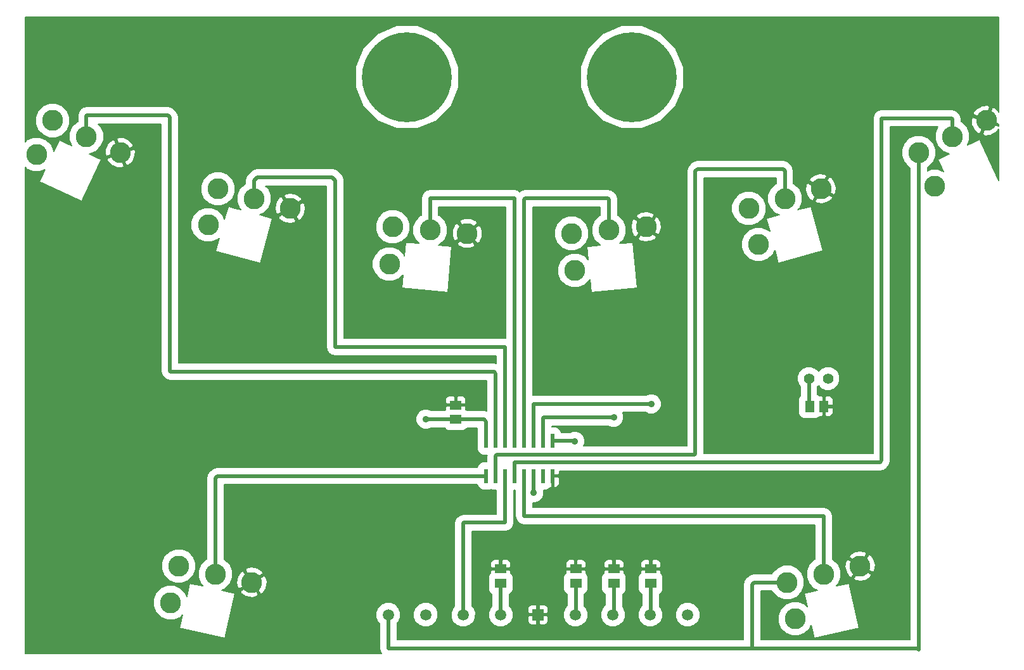
<source format=gtl>
G04 (created by PCBNEW (2013-07-07 BZR 4022)-stable) date 8/13/2015 10:27:12 AM*
%MOIN*%
G04 Gerber Fmt 3.4, Leading zero omitted, Abs format*
%FSLAX34Y34*%
G01*
G70*
G90*
G04 APERTURE LIST*
%ADD10C,0.00590551*%
%ADD11C,0.110236*%
%ADD12C,0.472441*%
%ADD13R,0.059X0.0512*%
%ADD14R,0.021X0.078*%
%ADD15C,0.055*%
%ADD16R,0.0590551X0.0590551*%
%ADD17C,0.0590551*%
%ADD18R,0.0512X0.059*%
%ADD19C,0.035*%
%ADD20C,0.021*%
%ADD21C,0.00787402*%
G04 APERTURE END LIST*
G54D10*
G54D11*
X94741Y-84834D03*
X96662Y-84405D03*
X92820Y-85264D03*
X93249Y-87185D03*
X62739Y-84834D03*
X64660Y-85264D03*
X60817Y-84405D03*
X60388Y-86326D03*
X101520Y-61799D03*
X103300Y-60958D03*
X99741Y-62640D03*
X100582Y-64420D03*
X92699Y-65063D03*
X94599Y-64547D03*
X90800Y-65579D03*
X91316Y-67478D03*
X83444Y-66720D03*
X85405Y-66548D03*
X81483Y-66892D03*
X81655Y-68853D03*
X64780Y-65063D03*
X66680Y-65579D03*
X62880Y-64547D03*
X62364Y-66446D03*
X55959Y-61799D03*
X57739Y-62640D03*
X54179Y-60958D03*
X53338Y-62737D03*
X74035Y-66720D03*
X75996Y-66892D03*
X72074Y-66548D03*
X71903Y-68509D03*
G54D12*
X72830Y-58667D03*
X84650Y-58667D03*
G54D13*
X81700Y-85304D03*
X81700Y-84554D03*
X83708Y-85304D03*
X83708Y-84554D03*
X85645Y-85304D03*
X85645Y-84554D03*
X75393Y-75928D03*
X75393Y-76678D03*
X77755Y-85304D03*
X77755Y-84554D03*
G54D14*
X76990Y-77820D03*
X77990Y-77820D03*
X78490Y-77820D03*
X78990Y-77820D03*
X79490Y-77820D03*
X79990Y-77820D03*
X80490Y-77820D03*
X80490Y-79660D03*
X79990Y-79660D03*
X79490Y-79660D03*
X78990Y-79660D03*
X78490Y-79660D03*
X77990Y-79660D03*
X77490Y-79660D03*
X76990Y-79660D03*
X77490Y-77820D03*
G54D15*
X94968Y-74533D03*
X93968Y-74533D03*
G54D16*
X79718Y-86964D03*
G54D17*
X77750Y-86964D03*
X75781Y-86964D03*
X73812Y-86964D03*
X71844Y-86964D03*
X81687Y-86964D03*
X83655Y-86964D03*
X85624Y-86964D03*
X87592Y-86964D03*
G54D18*
X94012Y-75992D03*
X94762Y-75992D03*
G54D19*
X85669Y-75866D03*
X83700Y-76574D03*
X81653Y-77834D03*
X79488Y-80555D03*
X96234Y-75992D03*
X73818Y-76673D03*
G54D20*
X79490Y-77820D02*
X79490Y-75868D01*
X79492Y-75866D02*
X85669Y-75866D01*
X79490Y-75868D02*
X79492Y-75866D01*
X85645Y-85304D02*
X85645Y-86917D01*
X85645Y-86917D02*
X85629Y-86933D01*
X79990Y-77820D02*
X79990Y-76624D01*
X80039Y-76574D02*
X83700Y-76574D01*
X79990Y-76624D02*
X80039Y-76574D01*
X83708Y-85304D02*
X83708Y-86886D01*
X83708Y-86886D02*
X83661Y-86933D01*
X80490Y-77820D02*
X81639Y-77820D01*
X81639Y-77820D02*
X81653Y-77834D01*
X81700Y-85304D02*
X81700Y-86925D01*
X81700Y-86925D02*
X81692Y-86933D01*
X77755Y-85304D02*
X77755Y-86933D01*
X79490Y-79660D02*
X79490Y-80553D01*
X79490Y-80553D02*
X79488Y-80555D01*
X94762Y-75992D02*
X96234Y-75992D01*
X92820Y-85264D02*
X91090Y-85264D01*
X90984Y-85370D02*
X90984Y-88740D01*
X91090Y-85264D02*
X90984Y-85370D01*
X99741Y-62640D02*
X99741Y-88796D01*
X71850Y-88740D02*
X71850Y-86933D01*
X99685Y-88740D02*
X90984Y-88740D01*
X90984Y-88740D02*
X71850Y-88740D01*
X99741Y-88796D02*
X99685Y-88740D01*
X77990Y-79660D02*
X77990Y-82124D01*
X75787Y-82157D02*
X75787Y-86933D01*
X75822Y-82122D02*
X75787Y-82157D01*
X77988Y-82122D02*
X75822Y-82122D01*
X77990Y-82124D02*
X77988Y-82122D01*
X77490Y-77820D02*
X77490Y-74261D01*
X55959Y-60694D02*
X55959Y-61799D01*
X55984Y-60669D02*
X55959Y-60694D01*
X60236Y-60669D02*
X55984Y-60669D01*
X60354Y-60787D02*
X60236Y-60669D01*
X60354Y-74133D02*
X60354Y-60787D01*
X60393Y-74173D02*
X60354Y-74133D01*
X77401Y-74173D02*
X60393Y-74173D01*
X77490Y-74261D02*
X77401Y-74173D01*
X77990Y-77820D02*
X77990Y-72875D01*
X64780Y-64117D02*
X64780Y-65063D01*
X64960Y-63937D02*
X64780Y-64117D01*
X68897Y-63937D02*
X64960Y-63937D01*
X69055Y-64094D02*
X68897Y-63937D01*
X69055Y-72874D02*
X69055Y-64094D01*
X77988Y-72874D02*
X69055Y-72874D01*
X77990Y-72875D02*
X77988Y-72874D01*
X78490Y-77820D02*
X78490Y-65064D01*
X74035Y-65058D02*
X74035Y-66720D01*
X74055Y-65039D02*
X74035Y-65058D01*
X78464Y-65039D02*
X74055Y-65039D01*
X78490Y-65064D02*
X78464Y-65039D01*
X78990Y-77820D02*
X78990Y-65104D01*
X78990Y-65104D02*
X79055Y-65039D01*
X79055Y-65039D02*
X83385Y-65039D01*
X83385Y-65039D02*
X83444Y-65098D01*
X83444Y-65098D02*
X83444Y-66720D01*
X77490Y-79660D02*
X77490Y-78612D01*
X92699Y-63605D02*
X92699Y-65063D01*
X92598Y-63503D02*
X92699Y-63605D01*
X88110Y-63503D02*
X92598Y-63503D01*
X87992Y-63622D02*
X88110Y-63503D01*
X87992Y-78498D02*
X87992Y-63622D01*
X87947Y-78543D02*
X87992Y-78498D01*
X77559Y-78543D02*
X87947Y-78543D01*
X77490Y-78612D02*
X77559Y-78543D01*
X78490Y-79660D02*
X78490Y-78950D01*
X101520Y-60891D02*
X101520Y-61799D01*
X101456Y-60826D02*
X101520Y-60891D01*
X97795Y-60826D02*
X101456Y-60826D01*
X97795Y-78858D02*
X97795Y-60826D01*
X97716Y-78937D02*
X97795Y-78858D01*
X78503Y-78937D02*
X97716Y-78937D01*
X78490Y-78950D02*
X78503Y-78937D01*
X76990Y-79660D02*
X62859Y-79660D01*
X62739Y-79780D02*
X62739Y-84834D01*
X62859Y-79660D02*
X62739Y-79780D01*
X78990Y-79660D02*
X78990Y-81785D01*
X94741Y-81788D02*
X94741Y-84834D01*
X94724Y-81771D02*
X94741Y-81788D01*
X79003Y-81771D02*
X94724Y-81771D01*
X78990Y-81785D02*
X79003Y-81771D01*
X93968Y-74533D02*
X93968Y-75947D01*
X93968Y-75947D02*
X94012Y-75992D01*
X73823Y-76678D02*
X75393Y-76678D01*
X73818Y-76673D02*
X73823Y-76678D01*
X76990Y-77820D02*
X76990Y-76793D01*
X76875Y-76678D02*
X75393Y-76678D01*
X76990Y-76793D02*
X76875Y-76678D01*
G54D10*
G36*
X101358Y-62704D02*
X100738Y-62996D01*
X101037Y-63628D01*
X100763Y-63515D01*
X100403Y-63514D01*
X100200Y-63598D01*
X100200Y-63430D01*
X100253Y-63408D01*
X100508Y-63154D01*
X100646Y-62821D01*
X100646Y-62461D01*
X100509Y-62128D01*
X100254Y-61873D01*
X99922Y-61735D01*
X99561Y-61735D01*
X99228Y-61872D01*
X98974Y-62127D01*
X98835Y-62459D01*
X98835Y-62820D01*
X98973Y-63153D01*
X99227Y-63407D01*
X99281Y-63430D01*
X99281Y-88280D01*
X97466Y-88280D01*
X97466Y-84357D01*
X97387Y-84053D01*
X97239Y-83842D01*
X97112Y-83809D01*
X97009Y-83971D01*
X97009Y-83744D01*
X96925Y-83643D01*
X96614Y-83600D01*
X96310Y-83680D01*
X96099Y-83828D01*
X96066Y-83955D01*
X96643Y-84321D01*
X97009Y-83744D01*
X97009Y-83971D01*
X96746Y-84386D01*
X97322Y-84752D01*
X97424Y-84668D01*
X97466Y-84357D01*
X97466Y-88280D01*
X97257Y-88280D01*
X97257Y-84855D01*
X96681Y-84489D01*
X96578Y-84650D01*
X96578Y-84424D01*
X96001Y-84058D01*
X95900Y-84141D01*
X95857Y-84453D01*
X95937Y-84757D01*
X96085Y-84968D01*
X96212Y-85000D01*
X96578Y-84424D01*
X96578Y-84650D01*
X96315Y-85065D01*
X96398Y-85167D01*
X96710Y-85210D01*
X97014Y-85130D01*
X97225Y-84982D01*
X97257Y-84855D01*
X97257Y-88280D01*
X91443Y-88280D01*
X91443Y-85723D01*
X92030Y-85723D01*
X92052Y-85776D01*
X92306Y-86031D01*
X92639Y-86169D01*
X92999Y-86169D01*
X93332Y-86032D01*
X93587Y-85777D01*
X93725Y-85445D01*
X93725Y-85084D01*
X93588Y-84751D01*
X93333Y-84497D01*
X93001Y-84358D01*
X92640Y-84358D01*
X92307Y-84496D01*
X92052Y-84750D01*
X92030Y-84804D01*
X91090Y-84804D01*
X90915Y-84839D01*
X90766Y-84939D01*
X90659Y-85046D01*
X90559Y-85195D01*
X90524Y-85370D01*
X90524Y-88280D01*
X88242Y-88280D01*
X88242Y-86835D01*
X88143Y-86597D01*
X87960Y-86414D01*
X87722Y-86315D01*
X87463Y-86314D01*
X87225Y-86413D01*
X87042Y-86596D01*
X86943Y-86834D01*
X86942Y-87093D01*
X87041Y-87332D01*
X87224Y-87514D01*
X87462Y-87614D01*
X87721Y-87614D01*
X87960Y-87515D01*
X88142Y-87333D01*
X88242Y-87094D01*
X88242Y-86835D01*
X88242Y-88280D01*
X86295Y-88280D01*
X86295Y-85489D01*
X86295Y-84977D01*
X86241Y-84847D01*
X86180Y-84786D01*
X86180Y-84250D01*
X86143Y-84162D01*
X86076Y-84095D01*
X85988Y-84058D01*
X85893Y-84058D01*
X85766Y-84058D01*
X85706Y-84118D01*
X85706Y-84493D01*
X86120Y-84493D01*
X86180Y-84433D01*
X86180Y-84250D01*
X86180Y-84786D01*
X86180Y-84786D01*
X86180Y-84674D01*
X86120Y-84614D01*
X85706Y-84614D01*
X85706Y-84622D01*
X85585Y-84622D01*
X85585Y-84614D01*
X85585Y-84493D01*
X85585Y-84118D01*
X85525Y-84058D01*
X85398Y-84058D01*
X85302Y-84058D01*
X85214Y-84095D01*
X85147Y-84162D01*
X85111Y-84250D01*
X85111Y-84433D01*
X85171Y-84493D01*
X85585Y-84493D01*
X85585Y-84614D01*
X85171Y-84614D01*
X85111Y-84674D01*
X85111Y-84786D01*
X85050Y-84847D01*
X84996Y-84977D01*
X84996Y-85118D01*
X84996Y-85630D01*
X85050Y-85760D01*
X85149Y-85860D01*
X85186Y-85875D01*
X85186Y-86483D01*
X85073Y-86596D01*
X84974Y-86834D01*
X84974Y-87093D01*
X85072Y-87332D01*
X85255Y-87514D01*
X85494Y-87614D01*
X85752Y-87614D01*
X85991Y-87515D01*
X86174Y-87333D01*
X86273Y-87094D01*
X86273Y-86835D01*
X86175Y-86597D01*
X86105Y-86526D01*
X86105Y-85875D01*
X86141Y-85860D01*
X86240Y-85761D01*
X86294Y-85630D01*
X86295Y-85489D01*
X86295Y-88280D01*
X84358Y-88280D01*
X84358Y-85489D01*
X84358Y-84977D01*
X84304Y-84847D01*
X84243Y-84786D01*
X84243Y-84250D01*
X84206Y-84162D01*
X84139Y-84095D01*
X84051Y-84058D01*
X83956Y-84058D01*
X83829Y-84058D01*
X83769Y-84118D01*
X83769Y-84493D01*
X84183Y-84493D01*
X84243Y-84433D01*
X84243Y-84250D01*
X84243Y-84786D01*
X84243Y-84786D01*
X84243Y-84674D01*
X84183Y-84614D01*
X83769Y-84614D01*
X83769Y-84622D01*
X83648Y-84622D01*
X83648Y-84614D01*
X83648Y-84493D01*
X83648Y-84118D01*
X83588Y-84058D01*
X83461Y-84058D01*
X83365Y-84058D01*
X83277Y-84095D01*
X83210Y-84162D01*
X83174Y-84250D01*
X83174Y-84433D01*
X83234Y-84493D01*
X83648Y-84493D01*
X83648Y-84614D01*
X83234Y-84614D01*
X83174Y-84674D01*
X83174Y-84786D01*
X83113Y-84847D01*
X83059Y-84977D01*
X83059Y-85118D01*
X83059Y-85630D01*
X83113Y-85760D01*
X83212Y-85860D01*
X83249Y-85875D01*
X83249Y-86452D01*
X83105Y-86596D01*
X83006Y-86834D01*
X83005Y-87093D01*
X83104Y-87332D01*
X83287Y-87514D01*
X83525Y-87614D01*
X83784Y-87614D01*
X84023Y-87515D01*
X84205Y-87333D01*
X84305Y-87094D01*
X84305Y-86835D01*
X84206Y-86597D01*
X84167Y-86558D01*
X84167Y-85875D01*
X84204Y-85860D01*
X84303Y-85761D01*
X84357Y-85630D01*
X84358Y-85489D01*
X84358Y-88280D01*
X82350Y-88280D01*
X82350Y-85489D01*
X82350Y-84977D01*
X82296Y-84847D01*
X82235Y-84786D01*
X82235Y-84250D01*
X82198Y-84162D01*
X82131Y-84095D01*
X82043Y-84058D01*
X81948Y-84058D01*
X81821Y-84058D01*
X81761Y-84118D01*
X81761Y-84493D01*
X82175Y-84493D01*
X82235Y-84433D01*
X82235Y-84250D01*
X82235Y-84786D01*
X82235Y-84786D01*
X82235Y-84674D01*
X82175Y-84614D01*
X81761Y-84614D01*
X81761Y-84622D01*
X81640Y-84622D01*
X81640Y-84614D01*
X81640Y-84493D01*
X81640Y-84118D01*
X81580Y-84058D01*
X81453Y-84058D01*
X81357Y-84058D01*
X81270Y-84095D01*
X81202Y-84162D01*
X81166Y-84250D01*
X81166Y-84433D01*
X81226Y-84493D01*
X81640Y-84493D01*
X81640Y-84614D01*
X81226Y-84614D01*
X81166Y-84674D01*
X81166Y-84786D01*
X81105Y-84847D01*
X81051Y-84977D01*
X81051Y-85118D01*
X81051Y-85630D01*
X81105Y-85760D01*
X81204Y-85860D01*
X81241Y-85875D01*
X81241Y-86491D01*
X81136Y-86596D01*
X81037Y-86834D01*
X81037Y-87093D01*
X81135Y-87332D01*
X81318Y-87514D01*
X81557Y-87614D01*
X81815Y-87614D01*
X82054Y-87515D01*
X82237Y-87333D01*
X82336Y-87094D01*
X82336Y-86835D01*
X82238Y-86597D01*
X82160Y-86519D01*
X82160Y-85875D01*
X82196Y-85860D01*
X82295Y-85761D01*
X82350Y-85630D01*
X82350Y-85489D01*
X82350Y-88280D01*
X80253Y-88280D01*
X80253Y-87212D01*
X80253Y-86716D01*
X80253Y-86621D01*
X80216Y-86533D01*
X80149Y-86466D01*
X80061Y-86429D01*
X79838Y-86429D01*
X79779Y-86489D01*
X79779Y-86903D01*
X80193Y-86903D01*
X80253Y-86844D01*
X80253Y-86716D01*
X80253Y-87212D01*
X80253Y-87085D01*
X80193Y-87025D01*
X79779Y-87025D01*
X79779Y-87439D01*
X79838Y-87499D01*
X80061Y-87499D01*
X80149Y-87462D01*
X80216Y-87395D01*
X80253Y-87307D01*
X80253Y-87212D01*
X80253Y-88280D01*
X79657Y-88280D01*
X79657Y-87439D01*
X79657Y-87025D01*
X79657Y-86903D01*
X79657Y-86489D01*
X79598Y-86429D01*
X79375Y-86429D01*
X79287Y-86466D01*
X79220Y-86533D01*
X79183Y-86621D01*
X79183Y-86716D01*
X79183Y-86844D01*
X79243Y-86903D01*
X79657Y-86903D01*
X79657Y-87025D01*
X79243Y-87025D01*
X79183Y-87085D01*
X79183Y-87212D01*
X79183Y-87307D01*
X79220Y-87395D01*
X79287Y-87462D01*
X79375Y-87499D01*
X79598Y-87499D01*
X79657Y-87439D01*
X79657Y-88280D01*
X78405Y-88280D01*
X78405Y-85489D01*
X78405Y-84977D01*
X78351Y-84847D01*
X78290Y-84786D01*
X78290Y-84250D01*
X78253Y-84162D01*
X78186Y-84095D01*
X78098Y-84058D01*
X78003Y-84058D01*
X77876Y-84058D01*
X77816Y-84118D01*
X77816Y-84493D01*
X78230Y-84493D01*
X78290Y-84433D01*
X78290Y-84250D01*
X78290Y-84786D01*
X78290Y-84786D01*
X78290Y-84674D01*
X78230Y-84614D01*
X77816Y-84614D01*
X77816Y-84622D01*
X77695Y-84622D01*
X77695Y-84614D01*
X77695Y-84493D01*
X77695Y-84118D01*
X77635Y-84058D01*
X77508Y-84058D01*
X77413Y-84058D01*
X77325Y-84095D01*
X77257Y-84162D01*
X77221Y-84250D01*
X77221Y-84433D01*
X77281Y-84493D01*
X77695Y-84493D01*
X77695Y-84614D01*
X77281Y-84614D01*
X77221Y-84674D01*
X77221Y-84786D01*
X77160Y-84847D01*
X77106Y-84977D01*
X77106Y-85118D01*
X77106Y-85630D01*
X77160Y-85760D01*
X77259Y-85860D01*
X77296Y-85875D01*
X77296Y-86499D01*
X77199Y-86596D01*
X77100Y-86834D01*
X77100Y-87093D01*
X77198Y-87332D01*
X77381Y-87514D01*
X77620Y-87614D01*
X77878Y-87614D01*
X78117Y-87515D01*
X78300Y-87333D01*
X78399Y-87094D01*
X78399Y-86835D01*
X78301Y-86597D01*
X78215Y-86511D01*
X78215Y-85875D01*
X78251Y-85860D01*
X78351Y-85761D01*
X78405Y-85630D01*
X78405Y-85489D01*
X78405Y-88280D01*
X74462Y-88280D01*
X74462Y-86835D01*
X74364Y-86597D01*
X74181Y-86414D01*
X73942Y-86315D01*
X73684Y-86314D01*
X73445Y-86413D01*
X73262Y-86596D01*
X73163Y-86834D01*
X73163Y-87093D01*
X73261Y-87332D01*
X73444Y-87514D01*
X73683Y-87614D01*
X73941Y-87614D01*
X74180Y-87515D01*
X74363Y-87333D01*
X74462Y-87094D01*
X74462Y-86835D01*
X74462Y-88280D01*
X72309Y-88280D01*
X72309Y-87418D01*
X72394Y-87333D01*
X72493Y-87094D01*
X72494Y-86835D01*
X72395Y-86597D01*
X72212Y-86414D01*
X71974Y-86315D01*
X71715Y-86314D01*
X71476Y-86413D01*
X71294Y-86596D01*
X71194Y-86834D01*
X71194Y-87093D01*
X71293Y-87332D01*
X71391Y-87429D01*
X71391Y-88740D01*
X71426Y-88915D01*
X71479Y-88996D01*
X65466Y-88996D01*
X65466Y-85254D01*
X65421Y-85000D01*
X65320Y-84916D01*
X65255Y-84958D01*
X65255Y-84814D01*
X65222Y-84687D01*
X64959Y-84515D01*
X64650Y-84458D01*
X64396Y-84502D01*
X64312Y-84603D01*
X64678Y-85180D01*
X65255Y-84814D01*
X65255Y-84958D01*
X64743Y-85282D01*
X65109Y-85859D01*
X65237Y-85827D01*
X65408Y-85563D01*
X65466Y-85254D01*
X65466Y-88996D01*
X65007Y-88996D01*
X65007Y-85924D01*
X64641Y-85347D01*
X64576Y-85389D01*
X64576Y-85245D01*
X64210Y-84668D01*
X64083Y-84701D01*
X63911Y-84965D01*
X63854Y-85274D01*
X63898Y-85527D01*
X63999Y-85611D01*
X64576Y-85245D01*
X64576Y-85389D01*
X64064Y-85713D01*
X64097Y-85841D01*
X64361Y-86012D01*
X64670Y-86070D01*
X64923Y-86025D01*
X65007Y-85924D01*
X65007Y-88996D01*
X58540Y-88996D01*
X58540Y-62551D01*
X58459Y-62447D01*
X58418Y-62461D01*
X58418Y-62332D01*
X58414Y-62201D01*
X58195Y-61976D01*
X57906Y-61852D01*
X57649Y-61839D01*
X57545Y-61920D01*
X57775Y-62563D01*
X58418Y-62332D01*
X58418Y-62461D01*
X57816Y-62677D01*
X58046Y-63320D01*
X58178Y-63316D01*
X58403Y-63097D01*
X58527Y-62808D01*
X58540Y-62551D01*
X58540Y-88996D01*
X57932Y-88996D01*
X57932Y-63361D01*
X57702Y-62718D01*
X57661Y-62732D01*
X57661Y-62604D01*
X57431Y-61960D01*
X57299Y-61964D01*
X57074Y-62184D01*
X56950Y-62473D01*
X56938Y-62730D01*
X57018Y-62834D01*
X57661Y-62604D01*
X57661Y-62732D01*
X57059Y-62948D01*
X57063Y-63079D01*
X57282Y-63305D01*
X57571Y-63429D01*
X57828Y-63441D01*
X57932Y-63361D01*
X57932Y-88996D01*
X52736Y-88996D01*
X52736Y-63416D01*
X52824Y-63505D01*
X53157Y-63643D01*
X53517Y-63643D01*
X53792Y-63529D01*
X53492Y-64160D01*
X55699Y-65204D01*
X56741Y-62996D01*
X56119Y-62705D01*
X56138Y-62705D01*
X56471Y-62567D01*
X56726Y-62313D01*
X56864Y-61980D01*
X56865Y-61620D01*
X56727Y-61287D01*
X56569Y-61128D01*
X59895Y-61128D01*
X59895Y-74133D01*
X59929Y-74309D01*
X60029Y-74458D01*
X60068Y-74498D01*
X60068Y-74498D01*
X60217Y-74597D01*
X60393Y-74632D01*
X77030Y-74632D01*
X77030Y-76249D01*
X76875Y-76218D01*
X75986Y-76218D01*
X75928Y-76160D01*
X75928Y-75624D01*
X75891Y-75536D01*
X75824Y-75469D01*
X75736Y-75432D01*
X75641Y-75432D01*
X75514Y-75432D01*
X75454Y-75492D01*
X75454Y-75867D01*
X75868Y-75867D01*
X75928Y-75807D01*
X75928Y-75624D01*
X75928Y-76160D01*
X75928Y-76160D01*
X75928Y-76048D01*
X75868Y-75988D01*
X75454Y-75988D01*
X75454Y-75996D01*
X75333Y-75996D01*
X75333Y-75988D01*
X75333Y-75867D01*
X75333Y-75492D01*
X75273Y-75432D01*
X75146Y-75432D01*
X75050Y-75432D01*
X74962Y-75469D01*
X74895Y-75536D01*
X74859Y-75624D01*
X74859Y-75807D01*
X74919Y-75867D01*
X75333Y-75867D01*
X75333Y-75988D01*
X74919Y-75988D01*
X74859Y-76048D01*
X74859Y-76160D01*
X74800Y-76218D01*
X74104Y-76218D01*
X73924Y-76143D01*
X73714Y-76143D01*
X73519Y-76224D01*
X73370Y-76372D01*
X73289Y-76567D01*
X73289Y-76778D01*
X73369Y-76972D01*
X73518Y-77121D01*
X73713Y-77202D01*
X73923Y-77202D01*
X74081Y-77137D01*
X74801Y-77137D01*
X74897Y-77234D01*
X75027Y-77288D01*
X75168Y-77288D01*
X75758Y-77288D01*
X75889Y-77234D01*
X75986Y-77137D01*
X76530Y-77137D01*
X76530Y-77429D01*
X76530Y-77500D01*
X76530Y-78280D01*
X76584Y-78410D01*
X76684Y-78510D01*
X76814Y-78564D01*
X76955Y-78564D01*
X77040Y-78564D01*
X77030Y-78612D01*
X77030Y-78915D01*
X77024Y-78915D01*
X76814Y-78915D01*
X76684Y-78969D01*
X76584Y-79069D01*
X76530Y-79199D01*
X76530Y-79200D01*
X62859Y-79200D01*
X62683Y-79235D01*
X62534Y-79335D01*
X62414Y-79455D01*
X62314Y-79604D01*
X62279Y-79780D01*
X62279Y-84044D01*
X62226Y-84066D01*
X61971Y-84321D01*
X61833Y-84653D01*
X61833Y-85014D01*
X61970Y-85347D01*
X62078Y-85454D01*
X61723Y-85374D01*
X61723Y-84226D01*
X61586Y-83893D01*
X61331Y-83638D01*
X60998Y-83500D01*
X60638Y-83499D01*
X60305Y-83637D01*
X60050Y-83891D01*
X59912Y-84224D01*
X59912Y-84584D01*
X60049Y-84917D01*
X60304Y-85172D01*
X60637Y-85310D01*
X60997Y-85311D01*
X61330Y-85173D01*
X61585Y-84918D01*
X61723Y-84586D01*
X61723Y-84226D01*
X61723Y-85374D01*
X61389Y-85299D01*
X61232Y-85998D01*
X61156Y-85814D01*
X60902Y-85559D01*
X60569Y-85421D01*
X60209Y-85420D01*
X59876Y-85558D01*
X59621Y-85812D01*
X59483Y-86145D01*
X59482Y-86505D01*
X59620Y-86838D01*
X59874Y-87093D01*
X60207Y-87231D01*
X60567Y-87232D01*
X60900Y-87094D01*
X61011Y-86984D01*
X60854Y-87681D01*
X63234Y-88210D01*
X63765Y-85834D01*
X63070Y-85677D01*
X63251Y-85602D01*
X63506Y-85348D01*
X63644Y-85015D01*
X63644Y-84655D01*
X63507Y-84322D01*
X63252Y-84067D01*
X63198Y-84045D01*
X63198Y-80119D01*
X76530Y-80119D01*
X76530Y-80120D01*
X76584Y-80250D01*
X76684Y-80350D01*
X76814Y-80404D01*
X76955Y-80404D01*
X77165Y-80404D01*
X77240Y-80373D01*
X77314Y-80404D01*
X77455Y-80404D01*
X77530Y-80404D01*
X77530Y-81662D01*
X75822Y-81662D01*
X75647Y-81697D01*
X75498Y-81797D01*
X75462Y-81832D01*
X75363Y-81981D01*
X75328Y-82157D01*
X75328Y-86499D01*
X75231Y-86596D01*
X75132Y-86834D01*
X75131Y-87093D01*
X75230Y-87332D01*
X75413Y-87514D01*
X75651Y-87614D01*
X75910Y-87614D01*
X76148Y-87515D01*
X76331Y-87333D01*
X76430Y-87094D01*
X76431Y-86835D01*
X76332Y-86597D01*
X76246Y-86511D01*
X76246Y-82581D01*
X77980Y-82581D01*
X77980Y-82581D01*
X77990Y-82583D01*
X77990Y-82583D01*
X78165Y-82548D01*
X78165Y-82548D01*
X78314Y-82448D01*
X78414Y-82299D01*
X78414Y-82299D01*
X78449Y-82124D01*
X78449Y-82124D01*
X78449Y-80404D01*
X78455Y-80404D01*
X78530Y-80404D01*
X78530Y-81785D01*
X78565Y-81961D01*
X78665Y-82110D01*
X78814Y-82209D01*
X78814Y-82209D01*
X78990Y-82244D01*
X78990Y-82244D01*
X79059Y-82230D01*
X79059Y-82230D01*
X94281Y-82230D01*
X94281Y-84044D01*
X94228Y-84066D01*
X93974Y-84321D01*
X93835Y-84653D01*
X93835Y-85014D01*
X93973Y-85347D01*
X94227Y-85602D01*
X94408Y-85677D01*
X93718Y-85832D01*
X93873Y-86528D01*
X93763Y-86418D01*
X93430Y-86279D01*
X93070Y-86279D01*
X92737Y-86417D01*
X92482Y-86671D01*
X92344Y-87004D01*
X92343Y-87364D01*
X92481Y-87697D01*
X92735Y-87952D01*
X93068Y-88090D01*
X93428Y-88090D01*
X93761Y-87953D01*
X94016Y-87698D01*
X94093Y-87515D01*
X94247Y-88210D01*
X96629Y-87677D01*
X96094Y-85297D01*
X95403Y-85453D01*
X95508Y-85348D01*
X95646Y-85015D01*
X95646Y-84655D01*
X95509Y-84322D01*
X95254Y-84067D01*
X95200Y-84045D01*
X95200Y-81788D01*
X95200Y-81788D01*
X95165Y-81612D01*
X95066Y-81463D01*
X95066Y-81463D01*
X95049Y-81446D01*
X94900Y-81347D01*
X94724Y-81312D01*
X80834Y-81312D01*
X80834Y-80002D01*
X80834Y-79780D01*
X80774Y-79720D01*
X80542Y-79720D01*
X80542Y-80229D01*
X80602Y-80289D01*
X80642Y-80289D01*
X80730Y-80253D01*
X80797Y-80185D01*
X80834Y-80097D01*
X80834Y-80002D01*
X80834Y-81312D01*
X79449Y-81312D01*
X79449Y-81084D01*
X79593Y-81084D01*
X79787Y-81004D01*
X79936Y-80855D01*
X80017Y-80660D01*
X80017Y-80450D01*
X79998Y-80404D01*
X80165Y-80404D01*
X80295Y-80350D01*
X80356Y-80289D01*
X80377Y-80289D01*
X80437Y-80229D01*
X80437Y-80149D01*
X80449Y-80120D01*
X80449Y-79979D01*
X80449Y-79591D01*
X80542Y-79591D01*
X80542Y-79599D01*
X80774Y-79599D01*
X80834Y-79539D01*
X80834Y-79396D01*
X97716Y-79396D01*
X97716Y-79396D01*
X97892Y-79361D01*
X97892Y-79361D01*
X98041Y-79261D01*
X98120Y-79183D01*
X98120Y-79183D01*
X98219Y-79034D01*
X98254Y-78858D01*
X98254Y-78858D01*
X98254Y-61286D01*
X100753Y-61286D01*
X100615Y-61618D01*
X100615Y-61978D01*
X100752Y-62311D01*
X101007Y-62566D01*
X101340Y-62704D01*
X101358Y-62704D01*
X101358Y-62704D01*
G37*
G54D21*
X101358Y-62704D02*
X100738Y-62996D01*
X101037Y-63628D01*
X100763Y-63515D01*
X100403Y-63514D01*
X100200Y-63598D01*
X100200Y-63430D01*
X100253Y-63408D01*
X100508Y-63154D01*
X100646Y-62821D01*
X100646Y-62461D01*
X100509Y-62128D01*
X100254Y-61873D01*
X99922Y-61735D01*
X99561Y-61735D01*
X99228Y-61872D01*
X98974Y-62127D01*
X98835Y-62459D01*
X98835Y-62820D01*
X98973Y-63153D01*
X99227Y-63407D01*
X99281Y-63430D01*
X99281Y-88280D01*
X97466Y-88280D01*
X97466Y-84357D01*
X97387Y-84053D01*
X97239Y-83842D01*
X97112Y-83809D01*
X97009Y-83971D01*
X97009Y-83744D01*
X96925Y-83643D01*
X96614Y-83600D01*
X96310Y-83680D01*
X96099Y-83828D01*
X96066Y-83955D01*
X96643Y-84321D01*
X97009Y-83744D01*
X97009Y-83971D01*
X96746Y-84386D01*
X97322Y-84752D01*
X97424Y-84668D01*
X97466Y-84357D01*
X97466Y-88280D01*
X97257Y-88280D01*
X97257Y-84855D01*
X96681Y-84489D01*
X96578Y-84650D01*
X96578Y-84424D01*
X96001Y-84058D01*
X95900Y-84141D01*
X95857Y-84453D01*
X95937Y-84757D01*
X96085Y-84968D01*
X96212Y-85000D01*
X96578Y-84424D01*
X96578Y-84650D01*
X96315Y-85065D01*
X96398Y-85167D01*
X96710Y-85210D01*
X97014Y-85130D01*
X97225Y-84982D01*
X97257Y-84855D01*
X97257Y-88280D01*
X91443Y-88280D01*
X91443Y-85723D01*
X92030Y-85723D01*
X92052Y-85776D01*
X92306Y-86031D01*
X92639Y-86169D01*
X92999Y-86169D01*
X93332Y-86032D01*
X93587Y-85777D01*
X93725Y-85445D01*
X93725Y-85084D01*
X93588Y-84751D01*
X93333Y-84497D01*
X93001Y-84358D01*
X92640Y-84358D01*
X92307Y-84496D01*
X92052Y-84750D01*
X92030Y-84804D01*
X91090Y-84804D01*
X90915Y-84839D01*
X90766Y-84939D01*
X90659Y-85046D01*
X90559Y-85195D01*
X90524Y-85370D01*
X90524Y-88280D01*
X88242Y-88280D01*
X88242Y-86835D01*
X88143Y-86597D01*
X87960Y-86414D01*
X87722Y-86315D01*
X87463Y-86314D01*
X87225Y-86413D01*
X87042Y-86596D01*
X86943Y-86834D01*
X86942Y-87093D01*
X87041Y-87332D01*
X87224Y-87514D01*
X87462Y-87614D01*
X87721Y-87614D01*
X87960Y-87515D01*
X88142Y-87333D01*
X88242Y-87094D01*
X88242Y-86835D01*
X88242Y-88280D01*
X86295Y-88280D01*
X86295Y-85489D01*
X86295Y-84977D01*
X86241Y-84847D01*
X86180Y-84786D01*
X86180Y-84250D01*
X86143Y-84162D01*
X86076Y-84095D01*
X85988Y-84058D01*
X85893Y-84058D01*
X85766Y-84058D01*
X85706Y-84118D01*
X85706Y-84493D01*
X86120Y-84493D01*
X86180Y-84433D01*
X86180Y-84250D01*
X86180Y-84786D01*
X86180Y-84786D01*
X86180Y-84674D01*
X86120Y-84614D01*
X85706Y-84614D01*
X85706Y-84622D01*
X85585Y-84622D01*
X85585Y-84614D01*
X85585Y-84493D01*
X85585Y-84118D01*
X85525Y-84058D01*
X85398Y-84058D01*
X85302Y-84058D01*
X85214Y-84095D01*
X85147Y-84162D01*
X85111Y-84250D01*
X85111Y-84433D01*
X85171Y-84493D01*
X85585Y-84493D01*
X85585Y-84614D01*
X85171Y-84614D01*
X85111Y-84674D01*
X85111Y-84786D01*
X85050Y-84847D01*
X84996Y-84977D01*
X84996Y-85118D01*
X84996Y-85630D01*
X85050Y-85760D01*
X85149Y-85860D01*
X85186Y-85875D01*
X85186Y-86483D01*
X85073Y-86596D01*
X84974Y-86834D01*
X84974Y-87093D01*
X85072Y-87332D01*
X85255Y-87514D01*
X85494Y-87614D01*
X85752Y-87614D01*
X85991Y-87515D01*
X86174Y-87333D01*
X86273Y-87094D01*
X86273Y-86835D01*
X86175Y-86597D01*
X86105Y-86526D01*
X86105Y-85875D01*
X86141Y-85860D01*
X86240Y-85761D01*
X86294Y-85630D01*
X86295Y-85489D01*
X86295Y-88280D01*
X84358Y-88280D01*
X84358Y-85489D01*
X84358Y-84977D01*
X84304Y-84847D01*
X84243Y-84786D01*
X84243Y-84250D01*
X84206Y-84162D01*
X84139Y-84095D01*
X84051Y-84058D01*
X83956Y-84058D01*
X83829Y-84058D01*
X83769Y-84118D01*
X83769Y-84493D01*
X84183Y-84493D01*
X84243Y-84433D01*
X84243Y-84250D01*
X84243Y-84786D01*
X84243Y-84786D01*
X84243Y-84674D01*
X84183Y-84614D01*
X83769Y-84614D01*
X83769Y-84622D01*
X83648Y-84622D01*
X83648Y-84614D01*
X83648Y-84493D01*
X83648Y-84118D01*
X83588Y-84058D01*
X83461Y-84058D01*
X83365Y-84058D01*
X83277Y-84095D01*
X83210Y-84162D01*
X83174Y-84250D01*
X83174Y-84433D01*
X83234Y-84493D01*
X83648Y-84493D01*
X83648Y-84614D01*
X83234Y-84614D01*
X83174Y-84674D01*
X83174Y-84786D01*
X83113Y-84847D01*
X83059Y-84977D01*
X83059Y-85118D01*
X83059Y-85630D01*
X83113Y-85760D01*
X83212Y-85860D01*
X83249Y-85875D01*
X83249Y-86452D01*
X83105Y-86596D01*
X83006Y-86834D01*
X83005Y-87093D01*
X83104Y-87332D01*
X83287Y-87514D01*
X83525Y-87614D01*
X83784Y-87614D01*
X84023Y-87515D01*
X84205Y-87333D01*
X84305Y-87094D01*
X84305Y-86835D01*
X84206Y-86597D01*
X84167Y-86558D01*
X84167Y-85875D01*
X84204Y-85860D01*
X84303Y-85761D01*
X84357Y-85630D01*
X84358Y-85489D01*
X84358Y-88280D01*
X82350Y-88280D01*
X82350Y-85489D01*
X82350Y-84977D01*
X82296Y-84847D01*
X82235Y-84786D01*
X82235Y-84250D01*
X82198Y-84162D01*
X82131Y-84095D01*
X82043Y-84058D01*
X81948Y-84058D01*
X81821Y-84058D01*
X81761Y-84118D01*
X81761Y-84493D01*
X82175Y-84493D01*
X82235Y-84433D01*
X82235Y-84250D01*
X82235Y-84786D01*
X82235Y-84786D01*
X82235Y-84674D01*
X82175Y-84614D01*
X81761Y-84614D01*
X81761Y-84622D01*
X81640Y-84622D01*
X81640Y-84614D01*
X81640Y-84493D01*
X81640Y-84118D01*
X81580Y-84058D01*
X81453Y-84058D01*
X81357Y-84058D01*
X81270Y-84095D01*
X81202Y-84162D01*
X81166Y-84250D01*
X81166Y-84433D01*
X81226Y-84493D01*
X81640Y-84493D01*
X81640Y-84614D01*
X81226Y-84614D01*
X81166Y-84674D01*
X81166Y-84786D01*
X81105Y-84847D01*
X81051Y-84977D01*
X81051Y-85118D01*
X81051Y-85630D01*
X81105Y-85760D01*
X81204Y-85860D01*
X81241Y-85875D01*
X81241Y-86491D01*
X81136Y-86596D01*
X81037Y-86834D01*
X81037Y-87093D01*
X81135Y-87332D01*
X81318Y-87514D01*
X81557Y-87614D01*
X81815Y-87614D01*
X82054Y-87515D01*
X82237Y-87333D01*
X82336Y-87094D01*
X82336Y-86835D01*
X82238Y-86597D01*
X82160Y-86519D01*
X82160Y-85875D01*
X82196Y-85860D01*
X82295Y-85761D01*
X82350Y-85630D01*
X82350Y-85489D01*
X82350Y-88280D01*
X80253Y-88280D01*
X80253Y-87212D01*
X80253Y-86716D01*
X80253Y-86621D01*
X80216Y-86533D01*
X80149Y-86466D01*
X80061Y-86429D01*
X79838Y-86429D01*
X79779Y-86489D01*
X79779Y-86903D01*
X80193Y-86903D01*
X80253Y-86844D01*
X80253Y-86716D01*
X80253Y-87212D01*
X80253Y-87085D01*
X80193Y-87025D01*
X79779Y-87025D01*
X79779Y-87439D01*
X79838Y-87499D01*
X80061Y-87499D01*
X80149Y-87462D01*
X80216Y-87395D01*
X80253Y-87307D01*
X80253Y-87212D01*
X80253Y-88280D01*
X79657Y-88280D01*
X79657Y-87439D01*
X79657Y-87025D01*
X79657Y-86903D01*
X79657Y-86489D01*
X79598Y-86429D01*
X79375Y-86429D01*
X79287Y-86466D01*
X79220Y-86533D01*
X79183Y-86621D01*
X79183Y-86716D01*
X79183Y-86844D01*
X79243Y-86903D01*
X79657Y-86903D01*
X79657Y-87025D01*
X79243Y-87025D01*
X79183Y-87085D01*
X79183Y-87212D01*
X79183Y-87307D01*
X79220Y-87395D01*
X79287Y-87462D01*
X79375Y-87499D01*
X79598Y-87499D01*
X79657Y-87439D01*
X79657Y-88280D01*
X78405Y-88280D01*
X78405Y-85489D01*
X78405Y-84977D01*
X78351Y-84847D01*
X78290Y-84786D01*
X78290Y-84250D01*
X78253Y-84162D01*
X78186Y-84095D01*
X78098Y-84058D01*
X78003Y-84058D01*
X77876Y-84058D01*
X77816Y-84118D01*
X77816Y-84493D01*
X78230Y-84493D01*
X78290Y-84433D01*
X78290Y-84250D01*
X78290Y-84786D01*
X78290Y-84786D01*
X78290Y-84674D01*
X78230Y-84614D01*
X77816Y-84614D01*
X77816Y-84622D01*
X77695Y-84622D01*
X77695Y-84614D01*
X77695Y-84493D01*
X77695Y-84118D01*
X77635Y-84058D01*
X77508Y-84058D01*
X77413Y-84058D01*
X77325Y-84095D01*
X77257Y-84162D01*
X77221Y-84250D01*
X77221Y-84433D01*
X77281Y-84493D01*
X77695Y-84493D01*
X77695Y-84614D01*
X77281Y-84614D01*
X77221Y-84674D01*
X77221Y-84786D01*
X77160Y-84847D01*
X77106Y-84977D01*
X77106Y-85118D01*
X77106Y-85630D01*
X77160Y-85760D01*
X77259Y-85860D01*
X77296Y-85875D01*
X77296Y-86499D01*
X77199Y-86596D01*
X77100Y-86834D01*
X77100Y-87093D01*
X77198Y-87332D01*
X77381Y-87514D01*
X77620Y-87614D01*
X77878Y-87614D01*
X78117Y-87515D01*
X78300Y-87333D01*
X78399Y-87094D01*
X78399Y-86835D01*
X78301Y-86597D01*
X78215Y-86511D01*
X78215Y-85875D01*
X78251Y-85860D01*
X78351Y-85761D01*
X78405Y-85630D01*
X78405Y-85489D01*
X78405Y-88280D01*
X74462Y-88280D01*
X74462Y-86835D01*
X74364Y-86597D01*
X74181Y-86414D01*
X73942Y-86315D01*
X73684Y-86314D01*
X73445Y-86413D01*
X73262Y-86596D01*
X73163Y-86834D01*
X73163Y-87093D01*
X73261Y-87332D01*
X73444Y-87514D01*
X73683Y-87614D01*
X73941Y-87614D01*
X74180Y-87515D01*
X74363Y-87333D01*
X74462Y-87094D01*
X74462Y-86835D01*
X74462Y-88280D01*
X72309Y-88280D01*
X72309Y-87418D01*
X72394Y-87333D01*
X72493Y-87094D01*
X72494Y-86835D01*
X72395Y-86597D01*
X72212Y-86414D01*
X71974Y-86315D01*
X71715Y-86314D01*
X71476Y-86413D01*
X71294Y-86596D01*
X71194Y-86834D01*
X71194Y-87093D01*
X71293Y-87332D01*
X71391Y-87429D01*
X71391Y-88740D01*
X71426Y-88915D01*
X71479Y-88996D01*
X65466Y-88996D01*
X65466Y-85254D01*
X65421Y-85000D01*
X65320Y-84916D01*
X65255Y-84958D01*
X65255Y-84814D01*
X65222Y-84687D01*
X64959Y-84515D01*
X64650Y-84458D01*
X64396Y-84502D01*
X64312Y-84603D01*
X64678Y-85180D01*
X65255Y-84814D01*
X65255Y-84958D01*
X64743Y-85282D01*
X65109Y-85859D01*
X65237Y-85827D01*
X65408Y-85563D01*
X65466Y-85254D01*
X65466Y-88996D01*
X65007Y-88996D01*
X65007Y-85924D01*
X64641Y-85347D01*
X64576Y-85389D01*
X64576Y-85245D01*
X64210Y-84668D01*
X64083Y-84701D01*
X63911Y-84965D01*
X63854Y-85274D01*
X63898Y-85527D01*
X63999Y-85611D01*
X64576Y-85245D01*
X64576Y-85389D01*
X64064Y-85713D01*
X64097Y-85841D01*
X64361Y-86012D01*
X64670Y-86070D01*
X64923Y-86025D01*
X65007Y-85924D01*
X65007Y-88996D01*
X58540Y-88996D01*
X58540Y-62551D01*
X58459Y-62447D01*
X58418Y-62461D01*
X58418Y-62332D01*
X58414Y-62201D01*
X58195Y-61976D01*
X57906Y-61852D01*
X57649Y-61839D01*
X57545Y-61920D01*
X57775Y-62563D01*
X58418Y-62332D01*
X58418Y-62461D01*
X57816Y-62677D01*
X58046Y-63320D01*
X58178Y-63316D01*
X58403Y-63097D01*
X58527Y-62808D01*
X58540Y-62551D01*
X58540Y-88996D01*
X57932Y-88996D01*
X57932Y-63361D01*
X57702Y-62718D01*
X57661Y-62732D01*
X57661Y-62604D01*
X57431Y-61960D01*
X57299Y-61964D01*
X57074Y-62184D01*
X56950Y-62473D01*
X56938Y-62730D01*
X57018Y-62834D01*
X57661Y-62604D01*
X57661Y-62732D01*
X57059Y-62948D01*
X57063Y-63079D01*
X57282Y-63305D01*
X57571Y-63429D01*
X57828Y-63441D01*
X57932Y-63361D01*
X57932Y-88996D01*
X52736Y-88996D01*
X52736Y-63416D01*
X52824Y-63505D01*
X53157Y-63643D01*
X53517Y-63643D01*
X53792Y-63529D01*
X53492Y-64160D01*
X55699Y-65204D01*
X56741Y-62996D01*
X56119Y-62705D01*
X56138Y-62705D01*
X56471Y-62567D01*
X56726Y-62313D01*
X56864Y-61980D01*
X56865Y-61620D01*
X56727Y-61287D01*
X56569Y-61128D01*
X59895Y-61128D01*
X59895Y-74133D01*
X59929Y-74309D01*
X60029Y-74458D01*
X60068Y-74498D01*
X60068Y-74498D01*
X60217Y-74597D01*
X60393Y-74632D01*
X77030Y-74632D01*
X77030Y-76249D01*
X76875Y-76218D01*
X75986Y-76218D01*
X75928Y-76160D01*
X75928Y-75624D01*
X75891Y-75536D01*
X75824Y-75469D01*
X75736Y-75432D01*
X75641Y-75432D01*
X75514Y-75432D01*
X75454Y-75492D01*
X75454Y-75867D01*
X75868Y-75867D01*
X75928Y-75807D01*
X75928Y-75624D01*
X75928Y-76160D01*
X75928Y-76160D01*
X75928Y-76048D01*
X75868Y-75988D01*
X75454Y-75988D01*
X75454Y-75996D01*
X75333Y-75996D01*
X75333Y-75988D01*
X75333Y-75867D01*
X75333Y-75492D01*
X75273Y-75432D01*
X75146Y-75432D01*
X75050Y-75432D01*
X74962Y-75469D01*
X74895Y-75536D01*
X74859Y-75624D01*
X74859Y-75807D01*
X74919Y-75867D01*
X75333Y-75867D01*
X75333Y-75988D01*
X74919Y-75988D01*
X74859Y-76048D01*
X74859Y-76160D01*
X74800Y-76218D01*
X74104Y-76218D01*
X73924Y-76143D01*
X73714Y-76143D01*
X73519Y-76224D01*
X73370Y-76372D01*
X73289Y-76567D01*
X73289Y-76778D01*
X73369Y-76972D01*
X73518Y-77121D01*
X73713Y-77202D01*
X73923Y-77202D01*
X74081Y-77137D01*
X74801Y-77137D01*
X74897Y-77234D01*
X75027Y-77288D01*
X75168Y-77288D01*
X75758Y-77288D01*
X75889Y-77234D01*
X75986Y-77137D01*
X76530Y-77137D01*
X76530Y-77429D01*
X76530Y-77500D01*
X76530Y-78280D01*
X76584Y-78410D01*
X76684Y-78510D01*
X76814Y-78564D01*
X76955Y-78564D01*
X77040Y-78564D01*
X77030Y-78612D01*
X77030Y-78915D01*
X77024Y-78915D01*
X76814Y-78915D01*
X76684Y-78969D01*
X76584Y-79069D01*
X76530Y-79199D01*
X76530Y-79200D01*
X62859Y-79200D01*
X62683Y-79235D01*
X62534Y-79335D01*
X62414Y-79455D01*
X62314Y-79604D01*
X62279Y-79780D01*
X62279Y-84044D01*
X62226Y-84066D01*
X61971Y-84321D01*
X61833Y-84653D01*
X61833Y-85014D01*
X61970Y-85347D01*
X62078Y-85454D01*
X61723Y-85374D01*
X61723Y-84226D01*
X61586Y-83893D01*
X61331Y-83638D01*
X60998Y-83500D01*
X60638Y-83499D01*
X60305Y-83637D01*
X60050Y-83891D01*
X59912Y-84224D01*
X59912Y-84584D01*
X60049Y-84917D01*
X60304Y-85172D01*
X60637Y-85310D01*
X60997Y-85311D01*
X61330Y-85173D01*
X61585Y-84918D01*
X61723Y-84586D01*
X61723Y-84226D01*
X61723Y-85374D01*
X61389Y-85299D01*
X61232Y-85998D01*
X61156Y-85814D01*
X60902Y-85559D01*
X60569Y-85421D01*
X60209Y-85420D01*
X59876Y-85558D01*
X59621Y-85812D01*
X59483Y-86145D01*
X59482Y-86505D01*
X59620Y-86838D01*
X59874Y-87093D01*
X60207Y-87231D01*
X60567Y-87232D01*
X60900Y-87094D01*
X61011Y-86984D01*
X60854Y-87681D01*
X63234Y-88210D01*
X63765Y-85834D01*
X63070Y-85677D01*
X63251Y-85602D01*
X63506Y-85348D01*
X63644Y-85015D01*
X63644Y-84655D01*
X63507Y-84322D01*
X63252Y-84067D01*
X63198Y-84045D01*
X63198Y-80119D01*
X76530Y-80119D01*
X76530Y-80120D01*
X76584Y-80250D01*
X76684Y-80350D01*
X76814Y-80404D01*
X76955Y-80404D01*
X77165Y-80404D01*
X77240Y-80373D01*
X77314Y-80404D01*
X77455Y-80404D01*
X77530Y-80404D01*
X77530Y-81662D01*
X75822Y-81662D01*
X75647Y-81697D01*
X75498Y-81797D01*
X75462Y-81832D01*
X75363Y-81981D01*
X75328Y-82157D01*
X75328Y-86499D01*
X75231Y-86596D01*
X75132Y-86834D01*
X75131Y-87093D01*
X75230Y-87332D01*
X75413Y-87514D01*
X75651Y-87614D01*
X75910Y-87614D01*
X76148Y-87515D01*
X76331Y-87333D01*
X76430Y-87094D01*
X76431Y-86835D01*
X76332Y-86597D01*
X76246Y-86511D01*
X76246Y-82581D01*
X77980Y-82581D01*
X77980Y-82581D01*
X77990Y-82583D01*
X77990Y-82583D01*
X78165Y-82548D01*
X78165Y-82548D01*
X78314Y-82448D01*
X78414Y-82299D01*
X78414Y-82299D01*
X78449Y-82124D01*
X78449Y-82124D01*
X78449Y-80404D01*
X78455Y-80404D01*
X78530Y-80404D01*
X78530Y-81785D01*
X78565Y-81961D01*
X78665Y-82110D01*
X78814Y-82209D01*
X78814Y-82209D01*
X78990Y-82244D01*
X78990Y-82244D01*
X79059Y-82230D01*
X79059Y-82230D01*
X94281Y-82230D01*
X94281Y-84044D01*
X94228Y-84066D01*
X93974Y-84321D01*
X93835Y-84653D01*
X93835Y-85014D01*
X93973Y-85347D01*
X94227Y-85602D01*
X94408Y-85677D01*
X93718Y-85832D01*
X93873Y-86528D01*
X93763Y-86418D01*
X93430Y-86279D01*
X93070Y-86279D01*
X92737Y-86417D01*
X92482Y-86671D01*
X92344Y-87004D01*
X92343Y-87364D01*
X92481Y-87697D01*
X92735Y-87952D01*
X93068Y-88090D01*
X93428Y-88090D01*
X93761Y-87953D01*
X94016Y-87698D01*
X94093Y-87515D01*
X94247Y-88210D01*
X96629Y-87677D01*
X96094Y-85297D01*
X95403Y-85453D01*
X95508Y-85348D01*
X95646Y-85015D01*
X95646Y-84655D01*
X95509Y-84322D01*
X95254Y-84067D01*
X95200Y-84045D01*
X95200Y-81788D01*
X95200Y-81788D01*
X95165Y-81612D01*
X95066Y-81463D01*
X95066Y-81463D01*
X95049Y-81446D01*
X94900Y-81347D01*
X94724Y-81312D01*
X80834Y-81312D01*
X80834Y-80002D01*
X80834Y-79780D01*
X80774Y-79720D01*
X80542Y-79720D01*
X80542Y-80229D01*
X80602Y-80289D01*
X80642Y-80289D01*
X80730Y-80253D01*
X80797Y-80185D01*
X80834Y-80097D01*
X80834Y-80002D01*
X80834Y-81312D01*
X79449Y-81312D01*
X79449Y-81084D01*
X79593Y-81084D01*
X79787Y-81004D01*
X79936Y-80855D01*
X80017Y-80660D01*
X80017Y-80450D01*
X79998Y-80404D01*
X80165Y-80404D01*
X80295Y-80350D01*
X80356Y-80289D01*
X80377Y-80289D01*
X80437Y-80229D01*
X80437Y-80149D01*
X80449Y-80120D01*
X80449Y-79979D01*
X80449Y-79591D01*
X80542Y-79591D01*
X80542Y-79599D01*
X80774Y-79599D01*
X80834Y-79539D01*
X80834Y-79396D01*
X97716Y-79396D01*
X97716Y-79396D01*
X97892Y-79361D01*
X97892Y-79361D01*
X98041Y-79261D01*
X98120Y-79183D01*
X98120Y-79183D01*
X98219Y-79034D01*
X98254Y-78858D01*
X98254Y-78858D01*
X98254Y-61286D01*
X100753Y-61286D01*
X100615Y-61618D01*
X100615Y-61978D01*
X100752Y-62311D01*
X101007Y-62566D01*
X101340Y-62704D01*
X101358Y-62704D01*
G54D10*
G36*
X103956Y-64099D02*
X102943Y-61957D01*
X102312Y-62255D01*
X102426Y-61980D01*
X102426Y-61620D01*
X102289Y-61287D01*
X102034Y-61032D01*
X101980Y-61009D01*
X101980Y-60891D01*
X101945Y-60715D01*
X101845Y-60566D01*
X101845Y-60566D01*
X101781Y-60501D01*
X101632Y-60402D01*
X101456Y-60367D01*
X97795Y-60367D01*
X97619Y-60402D01*
X97470Y-60501D01*
X97370Y-60650D01*
X97335Y-60826D01*
X97335Y-78477D01*
X95597Y-78477D01*
X95597Y-74408D01*
X95502Y-74177D01*
X95400Y-74075D01*
X95400Y-64462D01*
X95307Y-64162D01*
X95150Y-63958D01*
X95021Y-63931D01*
X94916Y-64115D01*
X94916Y-63871D01*
X94828Y-63774D01*
X94514Y-63745D01*
X94214Y-63838D01*
X94010Y-63996D01*
X93984Y-64124D01*
X94576Y-64464D01*
X94916Y-63871D01*
X94916Y-64115D01*
X94682Y-64524D01*
X95274Y-64864D01*
X95372Y-64775D01*
X95400Y-64462D01*
X95400Y-74075D01*
X95325Y-74000D01*
X95214Y-73954D01*
X95214Y-64969D01*
X94621Y-64629D01*
X94516Y-64813D01*
X94516Y-64569D01*
X93923Y-64230D01*
X93826Y-64318D01*
X93797Y-64631D01*
X93891Y-64931D01*
X94048Y-65135D01*
X94177Y-65162D01*
X94516Y-64569D01*
X94516Y-64813D01*
X94282Y-65222D01*
X94370Y-65319D01*
X94683Y-65348D01*
X94984Y-65255D01*
X95187Y-65097D01*
X95214Y-64969D01*
X95214Y-73954D01*
X95094Y-73904D01*
X94843Y-73904D01*
X94612Y-73999D01*
X94468Y-74143D01*
X94325Y-74000D01*
X94094Y-73904D01*
X93843Y-73904D01*
X93612Y-73999D01*
X93435Y-74176D01*
X93339Y-74407D01*
X93339Y-74658D01*
X93434Y-74889D01*
X93509Y-74964D01*
X93509Y-75443D01*
X93456Y-75496D01*
X93402Y-75626D01*
X93402Y-75767D01*
X93402Y-76357D01*
X93456Y-76487D01*
X93555Y-76587D01*
X93686Y-76641D01*
X93826Y-76641D01*
X94338Y-76641D01*
X94469Y-76587D01*
X94530Y-76526D01*
X94642Y-76526D01*
X94702Y-76466D01*
X94702Y-76052D01*
X94694Y-76052D01*
X94694Y-75931D01*
X94702Y-75931D01*
X94702Y-75517D01*
X94642Y-75457D01*
X94530Y-75457D01*
X94469Y-75396D01*
X94427Y-75379D01*
X94427Y-74964D01*
X94468Y-74923D01*
X94611Y-75066D01*
X94842Y-75162D01*
X95093Y-75162D01*
X95324Y-75067D01*
X95501Y-74890D01*
X95597Y-74659D01*
X95597Y-74408D01*
X95597Y-78477D01*
X95258Y-78477D01*
X95258Y-76239D01*
X95258Y-75744D01*
X95258Y-75649D01*
X95221Y-75561D01*
X95154Y-75494D01*
X95066Y-75457D01*
X94883Y-75457D01*
X94823Y-75517D01*
X94823Y-75931D01*
X95198Y-75931D01*
X95258Y-75871D01*
X95258Y-75744D01*
X95258Y-76239D01*
X95258Y-76112D01*
X95198Y-76052D01*
X94823Y-76052D01*
X94823Y-76466D01*
X94883Y-76526D01*
X95066Y-76526D01*
X95154Y-76490D01*
X95221Y-76422D01*
X95258Y-76334D01*
X95258Y-76239D01*
X95258Y-78477D01*
X88451Y-78477D01*
X88451Y-63963D01*
X92240Y-63963D01*
X92240Y-64273D01*
X92187Y-64295D01*
X91932Y-64549D01*
X91794Y-64882D01*
X91794Y-65242D01*
X91931Y-65575D01*
X92186Y-65830D01*
X92402Y-65920D01*
X91717Y-66106D01*
X91902Y-66784D01*
X91829Y-66711D01*
X91705Y-66660D01*
X91705Y-65399D01*
X91568Y-65067D01*
X91313Y-64812D01*
X90980Y-64673D01*
X90620Y-64673D01*
X90287Y-64811D01*
X90032Y-65065D01*
X89894Y-65398D01*
X89894Y-65758D01*
X90031Y-66091D01*
X90286Y-66346D01*
X90619Y-66484D01*
X90979Y-66484D01*
X91312Y-66347D01*
X91567Y-66092D01*
X91705Y-65760D01*
X91705Y-65399D01*
X91705Y-66660D01*
X91497Y-66573D01*
X91136Y-66573D01*
X90803Y-66710D01*
X90548Y-66965D01*
X90410Y-67298D01*
X90410Y-67658D01*
X90548Y-67991D01*
X90802Y-68246D01*
X91135Y-68384D01*
X91495Y-68384D01*
X91828Y-68247D01*
X92083Y-67992D01*
X92173Y-67776D01*
X92360Y-68461D01*
X94713Y-67820D01*
X94074Y-65467D01*
X93390Y-65652D01*
X93466Y-65576D01*
X93605Y-65244D01*
X93605Y-64883D01*
X93467Y-64550D01*
X93213Y-64295D01*
X93159Y-64273D01*
X93159Y-63605D01*
X93124Y-63429D01*
X93124Y-63429D01*
X93074Y-63354D01*
X93024Y-63280D01*
X93024Y-63280D01*
X92923Y-63179D01*
X92774Y-63079D01*
X92598Y-63044D01*
X88110Y-63044D01*
X87934Y-63079D01*
X87859Y-63129D01*
X87785Y-63179D01*
X87667Y-63297D01*
X87567Y-63446D01*
X87532Y-63622D01*
X87532Y-78083D01*
X87367Y-78083D01*
X87367Y-58129D01*
X86954Y-57130D01*
X86190Y-56366D01*
X85192Y-55951D01*
X84112Y-55950D01*
X83113Y-56363D01*
X82348Y-57126D01*
X81933Y-58124D01*
X81932Y-59205D01*
X82345Y-60204D01*
X83109Y-60969D01*
X84107Y-61383D01*
X85187Y-61384D01*
X86186Y-60972D01*
X86951Y-60208D01*
X87366Y-59210D01*
X87367Y-58129D01*
X87367Y-78083D01*
X86209Y-78083D01*
X86209Y-66607D01*
X86170Y-66295D01*
X86052Y-66067D01*
X85930Y-66018D01*
X85837Y-66128D01*
X85837Y-65940D01*
X85767Y-65828D01*
X85464Y-65745D01*
X85152Y-65783D01*
X84924Y-65902D01*
X84874Y-66024D01*
X85398Y-66463D01*
X85837Y-65940D01*
X85837Y-66128D01*
X85491Y-66541D01*
X86014Y-66980D01*
X86125Y-66910D01*
X86209Y-66607D01*
X86209Y-78083D01*
X82123Y-78083D01*
X82182Y-77940D01*
X82182Y-77729D01*
X82102Y-77535D01*
X81953Y-77386D01*
X81759Y-77305D01*
X81548Y-77305D01*
X81414Y-77360D01*
X80949Y-77360D01*
X80949Y-77359D01*
X80895Y-77229D01*
X80796Y-77129D01*
X80665Y-77075D01*
X80524Y-77075D01*
X80449Y-77075D01*
X80449Y-77034D01*
X83426Y-77034D01*
X83595Y-77104D01*
X83805Y-77104D01*
X84000Y-77023D01*
X84149Y-76875D01*
X84230Y-76680D01*
X84230Y-76469D01*
X84170Y-76325D01*
X85395Y-76325D01*
X85563Y-76395D01*
X85774Y-76395D01*
X85968Y-76315D01*
X86117Y-76166D01*
X86198Y-75971D01*
X86198Y-75761D01*
X86118Y-75566D01*
X85969Y-75417D01*
X85936Y-75403D01*
X85936Y-67073D01*
X85413Y-66634D01*
X85320Y-66745D01*
X85320Y-66556D01*
X84797Y-66117D01*
X84685Y-66186D01*
X84601Y-66490D01*
X84640Y-66802D01*
X84759Y-67030D01*
X84881Y-67079D01*
X85320Y-66556D01*
X85320Y-66745D01*
X84974Y-67157D01*
X85043Y-67269D01*
X85346Y-67352D01*
X85658Y-67314D01*
X85887Y-67195D01*
X85936Y-67073D01*
X85936Y-75403D01*
X85775Y-75336D01*
X85564Y-75336D01*
X85394Y-75406D01*
X79492Y-75406D01*
X79449Y-75415D01*
X79449Y-65498D01*
X82985Y-65498D01*
X82985Y-65930D01*
X82932Y-65952D01*
X82677Y-66206D01*
X82539Y-66539D01*
X82539Y-66899D01*
X82676Y-67232D01*
X82931Y-67487D01*
X82989Y-67512D01*
X82424Y-67561D01*
X82386Y-67078D01*
X82389Y-67072D01*
X82389Y-66712D01*
X82251Y-66379D01*
X81997Y-66124D01*
X81664Y-65986D01*
X81304Y-65986D01*
X80971Y-66123D01*
X80716Y-66378D01*
X80578Y-66711D01*
X80578Y-67071D01*
X80715Y-67404D01*
X80970Y-67659D01*
X81302Y-67797D01*
X81663Y-67797D01*
X81995Y-67660D01*
X82250Y-67405D01*
X82377Y-67099D01*
X82377Y-67565D01*
X82295Y-67572D01*
X82358Y-68275D01*
X82168Y-68085D01*
X81836Y-67947D01*
X81475Y-67947D01*
X81142Y-68084D01*
X80888Y-68339D01*
X80749Y-68672D01*
X80749Y-69032D01*
X80887Y-69365D01*
X81141Y-69620D01*
X81474Y-69758D01*
X81834Y-69758D01*
X82167Y-69621D01*
X82422Y-69366D01*
X82449Y-69301D01*
X82511Y-69999D01*
X84942Y-69789D01*
X84722Y-67360D01*
X84023Y-67421D01*
X84211Y-67234D01*
X84350Y-66901D01*
X84350Y-66541D01*
X84212Y-66208D01*
X83958Y-65953D01*
X83904Y-65930D01*
X83904Y-65098D01*
X83869Y-64922D01*
X83769Y-64773D01*
X83769Y-64773D01*
X83710Y-64714D01*
X83561Y-64615D01*
X83385Y-64580D01*
X79055Y-64580D01*
X78879Y-64615D01*
X78759Y-64694D01*
X78640Y-64615D01*
X78464Y-64580D01*
X75547Y-64580D01*
X75547Y-58129D01*
X75134Y-57130D01*
X74371Y-56366D01*
X73373Y-55951D01*
X72292Y-55950D01*
X71293Y-56363D01*
X70528Y-57126D01*
X70114Y-58124D01*
X70113Y-59205D01*
X70526Y-60204D01*
X71289Y-60969D01*
X72287Y-61383D01*
X73368Y-61384D01*
X74367Y-60972D01*
X75131Y-60208D01*
X75546Y-59210D01*
X75547Y-58129D01*
X75547Y-64580D01*
X74055Y-64580D01*
X73879Y-64615D01*
X73730Y-64714D01*
X73710Y-64734D01*
X73611Y-64883D01*
X73576Y-65058D01*
X73576Y-65930D01*
X73523Y-65952D01*
X73268Y-66206D01*
X73130Y-66539D01*
X73129Y-66899D01*
X73267Y-67232D01*
X73457Y-67423D01*
X72980Y-67381D01*
X72980Y-66369D01*
X72842Y-66036D01*
X72588Y-65781D01*
X72255Y-65643D01*
X71895Y-65643D01*
X71562Y-65780D01*
X71307Y-66035D01*
X71169Y-66368D01*
X71168Y-66728D01*
X71306Y-67061D01*
X71561Y-67316D01*
X71893Y-67454D01*
X72253Y-67454D01*
X72586Y-67317D01*
X72841Y-67062D01*
X72979Y-66729D01*
X72980Y-66369D01*
X72980Y-67381D01*
X72759Y-67362D01*
X72697Y-68060D01*
X72671Y-67997D01*
X72416Y-67742D01*
X72083Y-67604D01*
X71723Y-67604D01*
X71390Y-67741D01*
X71135Y-67996D01*
X70997Y-68329D01*
X70997Y-68689D01*
X71134Y-69022D01*
X71389Y-69277D01*
X71722Y-69415D01*
X72082Y-69415D01*
X72415Y-69278D01*
X72604Y-69088D01*
X72541Y-69789D01*
X74974Y-70007D01*
X75184Y-67572D01*
X74490Y-67512D01*
X74547Y-67488D01*
X74802Y-67234D01*
X74940Y-66901D01*
X74941Y-66541D01*
X74803Y-66208D01*
X74549Y-65953D01*
X74494Y-65930D01*
X74494Y-65498D01*
X78030Y-65498D01*
X78030Y-72423D01*
X77988Y-72414D01*
X76794Y-72414D01*
X76794Y-66775D01*
X76716Y-66530D01*
X76605Y-66460D01*
X76527Y-66525D01*
X76527Y-66367D01*
X76478Y-66245D01*
X76194Y-66110D01*
X75880Y-66094D01*
X75634Y-66171D01*
X75565Y-66283D01*
X76004Y-66806D01*
X76527Y-66367D01*
X76527Y-66525D01*
X76082Y-66899D01*
X76521Y-67422D01*
X76643Y-67373D01*
X76778Y-67089D01*
X76794Y-66775D01*
X76794Y-72414D01*
X76428Y-72414D01*
X76428Y-67500D01*
X75989Y-66977D01*
X75911Y-67042D01*
X75911Y-66884D01*
X75472Y-66361D01*
X75350Y-66410D01*
X75215Y-66694D01*
X75199Y-67008D01*
X75276Y-67254D01*
X75387Y-67323D01*
X75911Y-66884D01*
X75911Y-67042D01*
X75465Y-67416D01*
X75515Y-67538D01*
X75799Y-67673D01*
X76113Y-67689D01*
X76358Y-67612D01*
X76428Y-67500D01*
X76428Y-72414D01*
X69514Y-72414D01*
X69514Y-64094D01*
X69479Y-63918D01*
X69379Y-63769D01*
X69379Y-63769D01*
X69222Y-63612D01*
X69073Y-63512D01*
X68897Y-63477D01*
X64960Y-63477D01*
X64784Y-63512D01*
X64635Y-63612D01*
X64455Y-63792D01*
X64356Y-63941D01*
X64321Y-64117D01*
X64321Y-64273D01*
X64268Y-64295D01*
X64013Y-64549D01*
X63875Y-64882D01*
X63874Y-65242D01*
X64012Y-65575D01*
X64092Y-65655D01*
X63786Y-65572D01*
X63786Y-64367D01*
X63649Y-64034D01*
X63394Y-63779D01*
X63061Y-63641D01*
X62701Y-63641D01*
X62368Y-63778D01*
X62113Y-64033D01*
X61975Y-64366D01*
X61975Y-64726D01*
X62112Y-65059D01*
X62367Y-65314D01*
X62700Y-65452D01*
X63060Y-65452D01*
X63393Y-65315D01*
X63648Y-65060D01*
X63786Y-64727D01*
X63786Y-64367D01*
X63786Y-65572D01*
X63436Y-65477D01*
X63403Y-65494D01*
X63222Y-66151D01*
X63132Y-65934D01*
X62878Y-65679D01*
X62545Y-65541D01*
X62185Y-65541D01*
X61852Y-65678D01*
X61597Y-65933D01*
X61459Y-66265D01*
X61459Y-66626D01*
X61596Y-66958D01*
X61851Y-67213D01*
X62183Y-67352D01*
X62544Y-67352D01*
X62877Y-67214D01*
X62948Y-67143D01*
X62758Y-67832D01*
X65130Y-68465D01*
X65760Y-66108D01*
X65073Y-65921D01*
X65292Y-65831D01*
X65547Y-65576D01*
X65685Y-65244D01*
X65686Y-64883D01*
X65548Y-64550D01*
X65394Y-64396D01*
X68595Y-64396D01*
X68595Y-72874D01*
X68630Y-73049D01*
X68730Y-73198D01*
X68879Y-73298D01*
X69055Y-73333D01*
X77530Y-73333D01*
X77530Y-73739D01*
X77401Y-73713D01*
X67485Y-73713D01*
X67485Y-65605D01*
X67453Y-65350D01*
X67355Y-65262D01*
X67295Y-65296D01*
X67295Y-65157D01*
X67268Y-65028D01*
X67013Y-64845D01*
X66706Y-64773D01*
X66451Y-64806D01*
X66363Y-64903D01*
X66702Y-65496D01*
X67295Y-65157D01*
X67295Y-65296D01*
X66762Y-65601D01*
X67102Y-66194D01*
X67231Y-66167D01*
X67414Y-65912D01*
X67485Y-65605D01*
X67485Y-73713D01*
X66997Y-73713D01*
X66997Y-66254D01*
X66657Y-65662D01*
X66597Y-65696D01*
X66597Y-65556D01*
X66258Y-64964D01*
X66129Y-64990D01*
X65946Y-65246D01*
X65874Y-65552D01*
X65907Y-65808D01*
X66004Y-65896D01*
X66597Y-65556D01*
X66597Y-65696D01*
X66064Y-66001D01*
X66091Y-66130D01*
X66347Y-66313D01*
X66653Y-66384D01*
X66908Y-66352D01*
X66997Y-66254D01*
X66997Y-73713D01*
X60813Y-73713D01*
X60813Y-60787D01*
X60778Y-60611D01*
X60778Y-60611D01*
X60728Y-60537D01*
X60679Y-60462D01*
X60679Y-60462D01*
X60561Y-60344D01*
X60411Y-60244D01*
X60236Y-60209D01*
X55984Y-60209D01*
X55808Y-60244D01*
X55659Y-60344D01*
X55634Y-60369D01*
X55534Y-60518D01*
X55500Y-60694D01*
X55500Y-61009D01*
X55447Y-61031D01*
X55192Y-61285D01*
X55085Y-61543D01*
X55085Y-60778D01*
X54947Y-60445D01*
X54693Y-60191D01*
X54360Y-60052D01*
X54000Y-60052D01*
X53667Y-60190D01*
X53412Y-60444D01*
X53274Y-60777D01*
X53274Y-61137D01*
X53411Y-61470D01*
X53666Y-61725D01*
X53998Y-61863D01*
X54359Y-61863D01*
X54691Y-61726D01*
X54946Y-61471D01*
X55085Y-61139D01*
X55085Y-60778D01*
X55085Y-61543D01*
X55054Y-61618D01*
X55053Y-61978D01*
X55169Y-62259D01*
X54538Y-61963D01*
X54244Y-62581D01*
X54244Y-62558D01*
X54106Y-62225D01*
X53852Y-61970D01*
X53519Y-61832D01*
X53159Y-61832D01*
X52826Y-61969D01*
X52736Y-62059D01*
X52736Y-55492D01*
X103937Y-55492D01*
X103956Y-55492D01*
X103956Y-60505D01*
X103930Y-60455D01*
X103739Y-60282D01*
X103608Y-60278D01*
X103494Y-60597D01*
X103494Y-60237D01*
X103390Y-60157D01*
X103076Y-60183D01*
X102797Y-60328D01*
X102624Y-60519D01*
X102620Y-60650D01*
X103263Y-60880D01*
X103494Y-60237D01*
X103494Y-60597D01*
X103378Y-60921D01*
X103956Y-61128D01*
X103956Y-61257D01*
X103337Y-61035D01*
X103223Y-61354D01*
X103223Y-60994D01*
X102580Y-60764D01*
X102499Y-60868D01*
X102526Y-61181D01*
X102670Y-61461D01*
X102861Y-61634D01*
X102992Y-61637D01*
X103223Y-60994D01*
X103223Y-61354D01*
X103107Y-61678D01*
X103210Y-61759D01*
X103524Y-61732D01*
X103803Y-61588D01*
X103956Y-61419D01*
X103956Y-64099D01*
X103956Y-64099D01*
G37*
G54D21*
X103956Y-64099D02*
X102943Y-61957D01*
X102312Y-62255D01*
X102426Y-61980D01*
X102426Y-61620D01*
X102289Y-61287D01*
X102034Y-61032D01*
X101980Y-61009D01*
X101980Y-60891D01*
X101945Y-60715D01*
X101845Y-60566D01*
X101845Y-60566D01*
X101781Y-60501D01*
X101632Y-60402D01*
X101456Y-60367D01*
X97795Y-60367D01*
X97619Y-60402D01*
X97470Y-60501D01*
X97370Y-60650D01*
X97335Y-60826D01*
X97335Y-78477D01*
X95597Y-78477D01*
X95597Y-74408D01*
X95502Y-74177D01*
X95400Y-74075D01*
X95400Y-64462D01*
X95307Y-64162D01*
X95150Y-63958D01*
X95021Y-63931D01*
X94916Y-64115D01*
X94916Y-63871D01*
X94828Y-63774D01*
X94514Y-63745D01*
X94214Y-63838D01*
X94010Y-63996D01*
X93984Y-64124D01*
X94576Y-64464D01*
X94916Y-63871D01*
X94916Y-64115D01*
X94682Y-64524D01*
X95274Y-64864D01*
X95372Y-64775D01*
X95400Y-64462D01*
X95400Y-74075D01*
X95325Y-74000D01*
X95214Y-73954D01*
X95214Y-64969D01*
X94621Y-64629D01*
X94516Y-64813D01*
X94516Y-64569D01*
X93923Y-64230D01*
X93826Y-64318D01*
X93797Y-64631D01*
X93891Y-64931D01*
X94048Y-65135D01*
X94177Y-65162D01*
X94516Y-64569D01*
X94516Y-64813D01*
X94282Y-65222D01*
X94370Y-65319D01*
X94683Y-65348D01*
X94984Y-65255D01*
X95187Y-65097D01*
X95214Y-64969D01*
X95214Y-73954D01*
X95094Y-73904D01*
X94843Y-73904D01*
X94612Y-73999D01*
X94468Y-74143D01*
X94325Y-74000D01*
X94094Y-73904D01*
X93843Y-73904D01*
X93612Y-73999D01*
X93435Y-74176D01*
X93339Y-74407D01*
X93339Y-74658D01*
X93434Y-74889D01*
X93509Y-74964D01*
X93509Y-75443D01*
X93456Y-75496D01*
X93402Y-75626D01*
X93402Y-75767D01*
X93402Y-76357D01*
X93456Y-76487D01*
X93555Y-76587D01*
X93686Y-76641D01*
X93826Y-76641D01*
X94338Y-76641D01*
X94469Y-76587D01*
X94530Y-76526D01*
X94642Y-76526D01*
X94702Y-76466D01*
X94702Y-76052D01*
X94694Y-76052D01*
X94694Y-75931D01*
X94702Y-75931D01*
X94702Y-75517D01*
X94642Y-75457D01*
X94530Y-75457D01*
X94469Y-75396D01*
X94427Y-75379D01*
X94427Y-74964D01*
X94468Y-74923D01*
X94611Y-75066D01*
X94842Y-75162D01*
X95093Y-75162D01*
X95324Y-75067D01*
X95501Y-74890D01*
X95597Y-74659D01*
X95597Y-74408D01*
X95597Y-78477D01*
X95258Y-78477D01*
X95258Y-76239D01*
X95258Y-75744D01*
X95258Y-75649D01*
X95221Y-75561D01*
X95154Y-75494D01*
X95066Y-75457D01*
X94883Y-75457D01*
X94823Y-75517D01*
X94823Y-75931D01*
X95198Y-75931D01*
X95258Y-75871D01*
X95258Y-75744D01*
X95258Y-76239D01*
X95258Y-76112D01*
X95198Y-76052D01*
X94823Y-76052D01*
X94823Y-76466D01*
X94883Y-76526D01*
X95066Y-76526D01*
X95154Y-76490D01*
X95221Y-76422D01*
X95258Y-76334D01*
X95258Y-76239D01*
X95258Y-78477D01*
X88451Y-78477D01*
X88451Y-63963D01*
X92240Y-63963D01*
X92240Y-64273D01*
X92187Y-64295D01*
X91932Y-64549D01*
X91794Y-64882D01*
X91794Y-65242D01*
X91931Y-65575D01*
X92186Y-65830D01*
X92402Y-65920D01*
X91717Y-66106D01*
X91902Y-66784D01*
X91829Y-66711D01*
X91705Y-66660D01*
X91705Y-65399D01*
X91568Y-65067D01*
X91313Y-64812D01*
X90980Y-64673D01*
X90620Y-64673D01*
X90287Y-64811D01*
X90032Y-65065D01*
X89894Y-65398D01*
X89894Y-65758D01*
X90031Y-66091D01*
X90286Y-66346D01*
X90619Y-66484D01*
X90979Y-66484D01*
X91312Y-66347D01*
X91567Y-66092D01*
X91705Y-65760D01*
X91705Y-65399D01*
X91705Y-66660D01*
X91497Y-66573D01*
X91136Y-66573D01*
X90803Y-66710D01*
X90548Y-66965D01*
X90410Y-67298D01*
X90410Y-67658D01*
X90548Y-67991D01*
X90802Y-68246D01*
X91135Y-68384D01*
X91495Y-68384D01*
X91828Y-68247D01*
X92083Y-67992D01*
X92173Y-67776D01*
X92360Y-68461D01*
X94713Y-67820D01*
X94074Y-65467D01*
X93390Y-65652D01*
X93466Y-65576D01*
X93605Y-65244D01*
X93605Y-64883D01*
X93467Y-64550D01*
X93213Y-64295D01*
X93159Y-64273D01*
X93159Y-63605D01*
X93124Y-63429D01*
X93124Y-63429D01*
X93074Y-63354D01*
X93024Y-63280D01*
X93024Y-63280D01*
X92923Y-63179D01*
X92774Y-63079D01*
X92598Y-63044D01*
X88110Y-63044D01*
X87934Y-63079D01*
X87859Y-63129D01*
X87785Y-63179D01*
X87667Y-63297D01*
X87567Y-63446D01*
X87532Y-63622D01*
X87532Y-78083D01*
X87367Y-78083D01*
X87367Y-58129D01*
X86954Y-57130D01*
X86190Y-56366D01*
X85192Y-55951D01*
X84112Y-55950D01*
X83113Y-56363D01*
X82348Y-57126D01*
X81933Y-58124D01*
X81932Y-59205D01*
X82345Y-60204D01*
X83109Y-60969D01*
X84107Y-61383D01*
X85187Y-61384D01*
X86186Y-60972D01*
X86951Y-60208D01*
X87366Y-59210D01*
X87367Y-58129D01*
X87367Y-78083D01*
X86209Y-78083D01*
X86209Y-66607D01*
X86170Y-66295D01*
X86052Y-66067D01*
X85930Y-66018D01*
X85837Y-66128D01*
X85837Y-65940D01*
X85767Y-65828D01*
X85464Y-65745D01*
X85152Y-65783D01*
X84924Y-65902D01*
X84874Y-66024D01*
X85398Y-66463D01*
X85837Y-65940D01*
X85837Y-66128D01*
X85491Y-66541D01*
X86014Y-66980D01*
X86125Y-66910D01*
X86209Y-66607D01*
X86209Y-78083D01*
X82123Y-78083D01*
X82182Y-77940D01*
X82182Y-77729D01*
X82102Y-77535D01*
X81953Y-77386D01*
X81759Y-77305D01*
X81548Y-77305D01*
X81414Y-77360D01*
X80949Y-77360D01*
X80949Y-77359D01*
X80895Y-77229D01*
X80796Y-77129D01*
X80665Y-77075D01*
X80524Y-77075D01*
X80449Y-77075D01*
X80449Y-77034D01*
X83426Y-77034D01*
X83595Y-77104D01*
X83805Y-77104D01*
X84000Y-77023D01*
X84149Y-76875D01*
X84230Y-76680D01*
X84230Y-76469D01*
X84170Y-76325D01*
X85395Y-76325D01*
X85563Y-76395D01*
X85774Y-76395D01*
X85968Y-76315D01*
X86117Y-76166D01*
X86198Y-75971D01*
X86198Y-75761D01*
X86118Y-75566D01*
X85969Y-75417D01*
X85936Y-75403D01*
X85936Y-67073D01*
X85413Y-66634D01*
X85320Y-66745D01*
X85320Y-66556D01*
X84797Y-66117D01*
X84685Y-66186D01*
X84601Y-66490D01*
X84640Y-66802D01*
X84759Y-67030D01*
X84881Y-67079D01*
X85320Y-66556D01*
X85320Y-66745D01*
X84974Y-67157D01*
X85043Y-67269D01*
X85346Y-67352D01*
X85658Y-67314D01*
X85887Y-67195D01*
X85936Y-67073D01*
X85936Y-75403D01*
X85775Y-75336D01*
X85564Y-75336D01*
X85394Y-75406D01*
X79492Y-75406D01*
X79449Y-75415D01*
X79449Y-65498D01*
X82985Y-65498D01*
X82985Y-65930D01*
X82932Y-65952D01*
X82677Y-66206D01*
X82539Y-66539D01*
X82539Y-66899D01*
X82676Y-67232D01*
X82931Y-67487D01*
X82989Y-67512D01*
X82424Y-67561D01*
X82386Y-67078D01*
X82389Y-67072D01*
X82389Y-66712D01*
X82251Y-66379D01*
X81997Y-66124D01*
X81664Y-65986D01*
X81304Y-65986D01*
X80971Y-66123D01*
X80716Y-66378D01*
X80578Y-66711D01*
X80578Y-67071D01*
X80715Y-67404D01*
X80970Y-67659D01*
X81302Y-67797D01*
X81663Y-67797D01*
X81995Y-67660D01*
X82250Y-67405D01*
X82377Y-67099D01*
X82377Y-67565D01*
X82295Y-67572D01*
X82358Y-68275D01*
X82168Y-68085D01*
X81836Y-67947D01*
X81475Y-67947D01*
X81142Y-68084D01*
X80888Y-68339D01*
X80749Y-68672D01*
X80749Y-69032D01*
X80887Y-69365D01*
X81141Y-69620D01*
X81474Y-69758D01*
X81834Y-69758D01*
X82167Y-69621D01*
X82422Y-69366D01*
X82449Y-69301D01*
X82511Y-69999D01*
X84942Y-69789D01*
X84722Y-67360D01*
X84023Y-67421D01*
X84211Y-67234D01*
X84350Y-66901D01*
X84350Y-66541D01*
X84212Y-66208D01*
X83958Y-65953D01*
X83904Y-65930D01*
X83904Y-65098D01*
X83869Y-64922D01*
X83769Y-64773D01*
X83769Y-64773D01*
X83710Y-64714D01*
X83561Y-64615D01*
X83385Y-64580D01*
X79055Y-64580D01*
X78879Y-64615D01*
X78759Y-64694D01*
X78640Y-64615D01*
X78464Y-64580D01*
X75547Y-64580D01*
X75547Y-58129D01*
X75134Y-57130D01*
X74371Y-56366D01*
X73373Y-55951D01*
X72292Y-55950D01*
X71293Y-56363D01*
X70528Y-57126D01*
X70114Y-58124D01*
X70113Y-59205D01*
X70526Y-60204D01*
X71289Y-60969D01*
X72287Y-61383D01*
X73368Y-61384D01*
X74367Y-60972D01*
X75131Y-60208D01*
X75546Y-59210D01*
X75547Y-58129D01*
X75547Y-64580D01*
X74055Y-64580D01*
X73879Y-64615D01*
X73730Y-64714D01*
X73710Y-64734D01*
X73611Y-64883D01*
X73576Y-65058D01*
X73576Y-65930D01*
X73523Y-65952D01*
X73268Y-66206D01*
X73130Y-66539D01*
X73129Y-66899D01*
X73267Y-67232D01*
X73457Y-67423D01*
X72980Y-67381D01*
X72980Y-66369D01*
X72842Y-66036D01*
X72588Y-65781D01*
X72255Y-65643D01*
X71895Y-65643D01*
X71562Y-65780D01*
X71307Y-66035D01*
X71169Y-66368D01*
X71168Y-66728D01*
X71306Y-67061D01*
X71561Y-67316D01*
X71893Y-67454D01*
X72253Y-67454D01*
X72586Y-67317D01*
X72841Y-67062D01*
X72979Y-66729D01*
X72980Y-66369D01*
X72980Y-67381D01*
X72759Y-67362D01*
X72697Y-68060D01*
X72671Y-67997D01*
X72416Y-67742D01*
X72083Y-67604D01*
X71723Y-67604D01*
X71390Y-67741D01*
X71135Y-67996D01*
X70997Y-68329D01*
X70997Y-68689D01*
X71134Y-69022D01*
X71389Y-69277D01*
X71722Y-69415D01*
X72082Y-69415D01*
X72415Y-69278D01*
X72604Y-69088D01*
X72541Y-69789D01*
X74974Y-70007D01*
X75184Y-67572D01*
X74490Y-67512D01*
X74547Y-67488D01*
X74802Y-67234D01*
X74940Y-66901D01*
X74941Y-66541D01*
X74803Y-66208D01*
X74549Y-65953D01*
X74494Y-65930D01*
X74494Y-65498D01*
X78030Y-65498D01*
X78030Y-72423D01*
X77988Y-72414D01*
X76794Y-72414D01*
X76794Y-66775D01*
X76716Y-66530D01*
X76605Y-66460D01*
X76527Y-66525D01*
X76527Y-66367D01*
X76478Y-66245D01*
X76194Y-66110D01*
X75880Y-66094D01*
X75634Y-66171D01*
X75565Y-66283D01*
X76004Y-66806D01*
X76527Y-66367D01*
X76527Y-66525D01*
X76082Y-66899D01*
X76521Y-67422D01*
X76643Y-67373D01*
X76778Y-67089D01*
X76794Y-66775D01*
X76794Y-72414D01*
X76428Y-72414D01*
X76428Y-67500D01*
X75989Y-66977D01*
X75911Y-67042D01*
X75911Y-66884D01*
X75472Y-66361D01*
X75350Y-66410D01*
X75215Y-66694D01*
X75199Y-67008D01*
X75276Y-67254D01*
X75387Y-67323D01*
X75911Y-66884D01*
X75911Y-67042D01*
X75465Y-67416D01*
X75515Y-67538D01*
X75799Y-67673D01*
X76113Y-67689D01*
X76358Y-67612D01*
X76428Y-67500D01*
X76428Y-72414D01*
X69514Y-72414D01*
X69514Y-64094D01*
X69479Y-63918D01*
X69379Y-63769D01*
X69379Y-63769D01*
X69222Y-63612D01*
X69073Y-63512D01*
X68897Y-63477D01*
X64960Y-63477D01*
X64784Y-63512D01*
X64635Y-63612D01*
X64455Y-63792D01*
X64356Y-63941D01*
X64321Y-64117D01*
X64321Y-64273D01*
X64268Y-64295D01*
X64013Y-64549D01*
X63875Y-64882D01*
X63874Y-65242D01*
X64012Y-65575D01*
X64092Y-65655D01*
X63786Y-65572D01*
X63786Y-64367D01*
X63649Y-64034D01*
X63394Y-63779D01*
X63061Y-63641D01*
X62701Y-63641D01*
X62368Y-63778D01*
X62113Y-64033D01*
X61975Y-64366D01*
X61975Y-64726D01*
X62112Y-65059D01*
X62367Y-65314D01*
X62700Y-65452D01*
X63060Y-65452D01*
X63393Y-65315D01*
X63648Y-65060D01*
X63786Y-64727D01*
X63786Y-64367D01*
X63786Y-65572D01*
X63436Y-65477D01*
X63403Y-65494D01*
X63222Y-66151D01*
X63132Y-65934D01*
X62878Y-65679D01*
X62545Y-65541D01*
X62185Y-65541D01*
X61852Y-65678D01*
X61597Y-65933D01*
X61459Y-66265D01*
X61459Y-66626D01*
X61596Y-66958D01*
X61851Y-67213D01*
X62183Y-67352D01*
X62544Y-67352D01*
X62877Y-67214D01*
X62948Y-67143D01*
X62758Y-67832D01*
X65130Y-68465D01*
X65760Y-66108D01*
X65073Y-65921D01*
X65292Y-65831D01*
X65547Y-65576D01*
X65685Y-65244D01*
X65686Y-64883D01*
X65548Y-64550D01*
X65394Y-64396D01*
X68595Y-64396D01*
X68595Y-72874D01*
X68630Y-73049D01*
X68730Y-73198D01*
X68879Y-73298D01*
X69055Y-73333D01*
X77530Y-73333D01*
X77530Y-73739D01*
X77401Y-73713D01*
X67485Y-73713D01*
X67485Y-65605D01*
X67453Y-65350D01*
X67355Y-65262D01*
X67295Y-65296D01*
X67295Y-65157D01*
X67268Y-65028D01*
X67013Y-64845D01*
X66706Y-64773D01*
X66451Y-64806D01*
X66363Y-64903D01*
X66702Y-65496D01*
X67295Y-65157D01*
X67295Y-65296D01*
X66762Y-65601D01*
X67102Y-66194D01*
X67231Y-66167D01*
X67414Y-65912D01*
X67485Y-65605D01*
X67485Y-73713D01*
X66997Y-73713D01*
X66997Y-66254D01*
X66657Y-65662D01*
X66597Y-65696D01*
X66597Y-65556D01*
X66258Y-64964D01*
X66129Y-64990D01*
X65946Y-65246D01*
X65874Y-65552D01*
X65907Y-65808D01*
X66004Y-65896D01*
X66597Y-65556D01*
X66597Y-65696D01*
X66064Y-66001D01*
X66091Y-66130D01*
X66347Y-66313D01*
X66653Y-66384D01*
X66908Y-66352D01*
X66997Y-66254D01*
X66997Y-73713D01*
X60813Y-73713D01*
X60813Y-60787D01*
X60778Y-60611D01*
X60778Y-60611D01*
X60728Y-60537D01*
X60679Y-60462D01*
X60679Y-60462D01*
X60561Y-60344D01*
X60411Y-60244D01*
X60236Y-60209D01*
X55984Y-60209D01*
X55808Y-60244D01*
X55659Y-60344D01*
X55634Y-60369D01*
X55534Y-60518D01*
X55500Y-60694D01*
X55500Y-61009D01*
X55447Y-61031D01*
X55192Y-61285D01*
X55085Y-61543D01*
X55085Y-60778D01*
X54947Y-60445D01*
X54693Y-60191D01*
X54360Y-60052D01*
X54000Y-60052D01*
X53667Y-60190D01*
X53412Y-60444D01*
X53274Y-60777D01*
X53274Y-61137D01*
X53411Y-61470D01*
X53666Y-61725D01*
X53998Y-61863D01*
X54359Y-61863D01*
X54691Y-61726D01*
X54946Y-61471D01*
X55085Y-61139D01*
X55085Y-60778D01*
X55085Y-61543D01*
X55054Y-61618D01*
X55053Y-61978D01*
X55169Y-62259D01*
X54538Y-61963D01*
X54244Y-62581D01*
X54244Y-62558D01*
X54106Y-62225D01*
X53852Y-61970D01*
X53519Y-61832D01*
X53159Y-61832D01*
X52826Y-61969D01*
X52736Y-62059D01*
X52736Y-55492D01*
X103937Y-55492D01*
X103956Y-55492D01*
X103956Y-60505D01*
X103930Y-60455D01*
X103739Y-60282D01*
X103608Y-60278D01*
X103494Y-60597D01*
X103494Y-60237D01*
X103390Y-60157D01*
X103076Y-60183D01*
X102797Y-60328D01*
X102624Y-60519D01*
X102620Y-60650D01*
X103263Y-60880D01*
X103494Y-60237D01*
X103494Y-60597D01*
X103378Y-60921D01*
X103956Y-61128D01*
X103956Y-61257D01*
X103337Y-61035D01*
X103223Y-61354D01*
X103223Y-60994D01*
X102580Y-60764D01*
X102499Y-60868D01*
X102526Y-61181D01*
X102670Y-61461D01*
X102861Y-61634D01*
X102992Y-61637D01*
X103223Y-60994D01*
X103223Y-61354D01*
X103107Y-61678D01*
X103210Y-61759D01*
X103524Y-61732D01*
X103803Y-61588D01*
X103956Y-61419D01*
X103956Y-64099D01*
M02*

</source>
